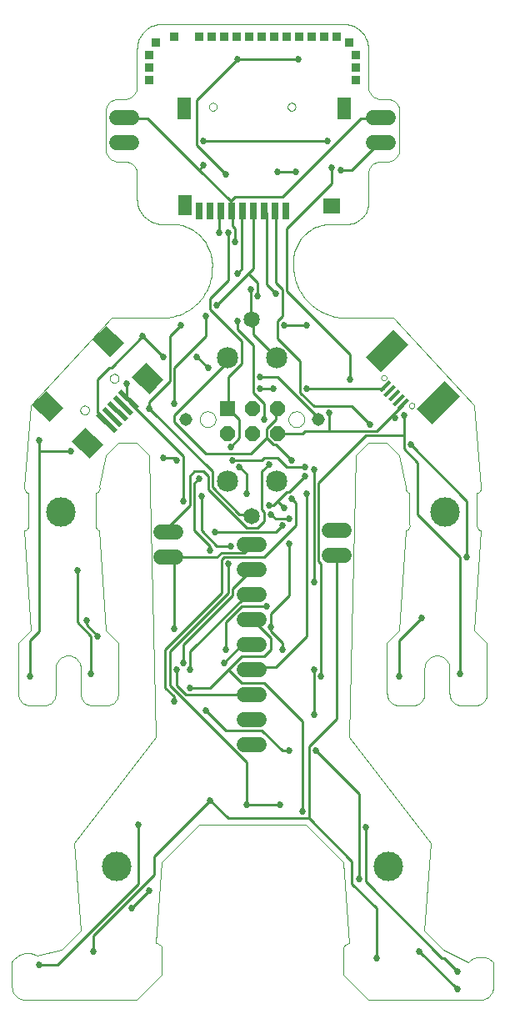
<source format=gbl>
G75*
%MOIN*%
%OFA0B0*%
%FSLAX24Y24*%
%IPPOS*%
%LPD*%
%AMOC8*
5,1,8,0,0,1.08239X$1,22.5*
%
%ADD10C,0.0000*%
%ADD11R,0.0315X0.0709*%
%ADD12R,0.0551X0.0787*%
%ADD13R,0.0551X0.0866*%
%ADD14R,0.0709X0.0630*%
%ADD15C,0.1181*%
%ADD16R,0.0600X0.0600*%
%ADD17OC8,0.0600*%
%ADD18C,0.0650*%
%ADD19C,0.0850*%
%ADD20C,0.0515*%
%ADD21C,0.0600*%
%ADD22R,0.0984X0.0197*%
%ADD23R,0.0984X0.0787*%
%ADD24R,0.0551X0.0138*%
%ADD25R,0.0866X0.1575*%
%ADD26C,0.0090*%
%ADD27C,0.0270*%
%ADD28R,0.0356X0.0356*%
D10*
X000100Y000600D02*
X000100Y001600D01*
X000128Y001644D01*
X000160Y001685D01*
X000194Y001724D01*
X000231Y001761D01*
X000270Y001795D01*
X000312Y001826D01*
X000356Y001854D01*
X000402Y001878D01*
X000449Y001900D01*
X000498Y001918D01*
X000548Y001932D01*
X000599Y001943D01*
X000651Y001950D01*
X000703Y001954D01*
X000755Y001953D01*
X000806Y001949D01*
X000858Y001942D01*
X000909Y001930D01*
X000959Y001916D01*
X001007Y001897D01*
X001055Y001875D01*
X001100Y001850D01*
X002100Y002100D01*
X002850Y002850D01*
X002600Y006350D01*
X005850Y010600D01*
X005600Y021850D01*
X005100Y022350D01*
X004350Y022350D01*
X003850Y021850D01*
X003600Y020600D01*
X003605Y020573D01*
X003606Y020547D01*
X003604Y020520D01*
X003598Y020493D01*
X003589Y020468D01*
X003577Y020444D01*
X003561Y020422D01*
X003543Y020402D01*
X003523Y020384D01*
X003500Y020370D01*
X003476Y020358D01*
X003450Y020350D01*
X003450Y019100D01*
X003445Y019073D01*
X003444Y019047D01*
X003446Y019020D01*
X003452Y018993D01*
X003461Y018968D01*
X003473Y018944D01*
X003489Y018922D01*
X003507Y018902D01*
X003527Y018884D01*
X003550Y018870D01*
X003574Y018858D01*
X003600Y018850D01*
X003850Y014850D01*
X004350Y014350D01*
X004350Y012350D01*
X004348Y012306D01*
X004342Y012263D01*
X004333Y012221D01*
X004320Y012179D01*
X004303Y012139D01*
X004283Y012100D01*
X004260Y012063D01*
X004233Y012029D01*
X004204Y011996D01*
X004171Y011967D01*
X004137Y011940D01*
X004100Y011917D01*
X004061Y011897D01*
X004021Y011880D01*
X003979Y011867D01*
X003937Y011858D01*
X003894Y011852D01*
X003850Y011850D01*
X003350Y011850D01*
X003306Y011852D01*
X003263Y011858D01*
X003221Y011867D01*
X003179Y011880D01*
X003139Y011897D01*
X003100Y011917D01*
X003063Y011940D01*
X003029Y011967D01*
X002996Y011996D01*
X002967Y012029D01*
X002940Y012063D01*
X002917Y012100D01*
X002897Y012139D01*
X002880Y012179D01*
X002867Y012221D01*
X002858Y012263D01*
X002852Y012306D01*
X002850Y012350D01*
X002850Y013350D01*
X002350Y013850D02*
X002306Y013848D01*
X002263Y013842D01*
X002221Y013833D01*
X002179Y013820D01*
X002139Y013803D01*
X002100Y013783D01*
X002063Y013760D01*
X002029Y013733D01*
X001996Y013704D01*
X001967Y013671D01*
X001940Y013637D01*
X001917Y013600D01*
X001897Y013561D01*
X001880Y013521D01*
X001867Y013479D01*
X001858Y013437D01*
X001852Y013394D01*
X001850Y013350D01*
X001850Y012350D01*
X001848Y012306D01*
X001842Y012263D01*
X001833Y012221D01*
X001820Y012179D01*
X001803Y012139D01*
X001783Y012100D01*
X001760Y012063D01*
X001733Y012029D01*
X001704Y011996D01*
X001671Y011967D01*
X001637Y011940D01*
X001600Y011917D01*
X001561Y011897D01*
X001521Y011880D01*
X001479Y011867D01*
X001437Y011858D01*
X001394Y011852D01*
X001350Y011850D01*
X000850Y011850D01*
X000806Y011852D01*
X000763Y011858D01*
X000721Y011867D01*
X000679Y011880D01*
X000639Y011897D01*
X000600Y011917D01*
X000563Y011940D01*
X000529Y011967D01*
X000496Y011996D01*
X000467Y012029D01*
X000440Y012063D01*
X000417Y012100D01*
X000397Y012139D01*
X000380Y012179D01*
X000367Y012221D01*
X000358Y012263D01*
X000352Y012306D01*
X000350Y012350D01*
X000350Y014350D01*
X000850Y014850D01*
X000600Y018850D01*
X000626Y018858D01*
X000650Y018870D01*
X000673Y018884D01*
X000693Y018902D01*
X000711Y018922D01*
X000727Y018944D01*
X000739Y018968D01*
X000748Y018993D01*
X000754Y019020D01*
X000756Y019047D01*
X000755Y019073D01*
X000750Y019100D01*
X000750Y020350D01*
X000724Y020358D01*
X000700Y020370D01*
X000677Y020384D01*
X000657Y020402D01*
X000639Y020422D01*
X000623Y020444D01*
X000611Y020468D01*
X000602Y020493D01*
X000596Y020520D01*
X000594Y020547D01*
X000595Y020573D01*
X000600Y020600D01*
X000850Y023850D01*
X004100Y027350D01*
X006100Y027350D01*
X006187Y027352D01*
X006274Y027358D01*
X006361Y027367D01*
X006447Y027380D01*
X006533Y027397D01*
X006618Y027418D01*
X006701Y027443D01*
X006784Y027471D01*
X006865Y027502D01*
X006945Y027537D01*
X007023Y027576D01*
X007100Y027618D01*
X007175Y027663D01*
X007247Y027712D01*
X007318Y027763D01*
X007386Y027818D01*
X007451Y027875D01*
X007514Y027936D01*
X007575Y027999D01*
X007632Y028064D01*
X007687Y028132D01*
X007738Y028203D01*
X007787Y028275D01*
X007832Y028350D01*
X007874Y028427D01*
X007913Y028505D01*
X007948Y028585D01*
X007979Y028666D01*
X008007Y028749D01*
X008032Y028832D01*
X008053Y028917D01*
X008070Y029003D01*
X008083Y029089D01*
X008092Y029176D01*
X008098Y029263D01*
X008100Y029350D01*
X006600Y031100D02*
X006100Y031100D01*
X006040Y031102D01*
X005979Y031107D01*
X005920Y031116D01*
X005861Y031129D01*
X005802Y031145D01*
X005745Y031165D01*
X005690Y031188D01*
X005635Y031215D01*
X005583Y031244D01*
X005532Y031277D01*
X005483Y031313D01*
X005437Y031351D01*
X005393Y031393D01*
X005351Y031437D01*
X005313Y031483D01*
X005277Y031532D01*
X005244Y031583D01*
X005215Y031635D01*
X005188Y031690D01*
X005165Y031745D01*
X005145Y031802D01*
X005129Y031861D01*
X005116Y031920D01*
X005107Y031979D01*
X005102Y032040D01*
X005100Y032100D01*
X005100Y033100D01*
X005098Y033144D01*
X005092Y033187D01*
X005083Y033229D01*
X005070Y033271D01*
X005053Y033311D01*
X005033Y033350D01*
X005010Y033387D01*
X004983Y033421D01*
X004954Y033454D01*
X004921Y033483D01*
X004887Y033510D01*
X004850Y033533D01*
X004811Y033553D01*
X004771Y033570D01*
X004729Y033583D01*
X004687Y033592D01*
X004644Y033598D01*
X004600Y033600D01*
X004350Y033600D01*
X004306Y033602D01*
X004263Y033608D01*
X004221Y033617D01*
X004179Y033630D01*
X004139Y033647D01*
X004100Y033667D01*
X004063Y033690D01*
X004029Y033717D01*
X003996Y033746D01*
X003967Y033779D01*
X003940Y033813D01*
X003917Y033850D01*
X003897Y033889D01*
X003880Y033929D01*
X003867Y033971D01*
X003858Y034013D01*
X003852Y034056D01*
X003850Y034100D01*
X003850Y035600D01*
X003852Y035644D01*
X003858Y035687D01*
X003867Y035729D01*
X003880Y035771D01*
X003897Y035811D01*
X003917Y035850D01*
X003940Y035887D01*
X003967Y035921D01*
X003996Y035954D01*
X004029Y035983D01*
X004063Y036010D01*
X004100Y036033D01*
X004139Y036053D01*
X004179Y036070D01*
X004221Y036083D01*
X004263Y036092D01*
X004306Y036098D01*
X004350Y036100D01*
X004600Y036100D01*
X004644Y036102D01*
X004687Y036108D01*
X004729Y036117D01*
X004771Y036130D01*
X004811Y036147D01*
X004850Y036167D01*
X004887Y036190D01*
X004921Y036217D01*
X004954Y036246D01*
X004983Y036279D01*
X005010Y036313D01*
X005033Y036350D01*
X005053Y036389D01*
X005070Y036429D01*
X005083Y036471D01*
X005092Y036513D01*
X005098Y036556D01*
X005100Y036600D01*
X005100Y038100D01*
X005102Y038160D01*
X005107Y038221D01*
X005116Y038280D01*
X005129Y038339D01*
X005145Y038398D01*
X005165Y038455D01*
X005188Y038510D01*
X005215Y038565D01*
X005244Y038617D01*
X005277Y038668D01*
X005313Y038717D01*
X005351Y038763D01*
X005393Y038807D01*
X005437Y038849D01*
X005483Y038887D01*
X005532Y038923D01*
X005583Y038956D01*
X005635Y038985D01*
X005690Y039012D01*
X005745Y039035D01*
X005802Y039055D01*
X005861Y039071D01*
X005920Y039084D01*
X005979Y039093D01*
X006040Y039098D01*
X006100Y039100D01*
X013350Y039100D01*
X013410Y039098D01*
X013471Y039093D01*
X013530Y039084D01*
X013589Y039071D01*
X013648Y039055D01*
X013705Y039035D01*
X013760Y039012D01*
X013815Y038985D01*
X013867Y038956D01*
X013918Y038923D01*
X013967Y038887D01*
X014013Y038849D01*
X014057Y038807D01*
X014099Y038763D01*
X014137Y038717D01*
X014173Y038668D01*
X014206Y038617D01*
X014235Y038565D01*
X014262Y038510D01*
X014285Y038455D01*
X014305Y038398D01*
X014321Y038339D01*
X014334Y038280D01*
X014343Y038221D01*
X014348Y038160D01*
X014350Y038100D01*
X014350Y036600D01*
X014352Y036556D01*
X014358Y036513D01*
X014367Y036471D01*
X014380Y036429D01*
X014397Y036389D01*
X014417Y036350D01*
X014440Y036313D01*
X014467Y036279D01*
X014496Y036246D01*
X014529Y036217D01*
X014563Y036190D01*
X014600Y036167D01*
X014639Y036147D01*
X014679Y036130D01*
X014721Y036117D01*
X014763Y036108D01*
X014806Y036102D01*
X014850Y036100D01*
X015100Y036100D01*
X015144Y036098D01*
X015187Y036092D01*
X015229Y036083D01*
X015271Y036070D01*
X015311Y036053D01*
X015350Y036033D01*
X015387Y036010D01*
X015421Y035983D01*
X015454Y035954D01*
X015483Y035921D01*
X015510Y035887D01*
X015533Y035850D01*
X015553Y035811D01*
X015570Y035771D01*
X015583Y035729D01*
X015592Y035687D01*
X015598Y035644D01*
X015600Y035600D01*
X015600Y034100D01*
X015598Y034056D01*
X015592Y034013D01*
X015583Y033971D01*
X015570Y033929D01*
X015553Y033889D01*
X015533Y033850D01*
X015510Y033813D01*
X015483Y033779D01*
X015454Y033746D01*
X015421Y033717D01*
X015387Y033690D01*
X015350Y033667D01*
X015311Y033647D01*
X015271Y033630D01*
X015229Y033617D01*
X015187Y033608D01*
X015144Y033602D01*
X015100Y033600D01*
X014850Y033600D01*
X014806Y033598D01*
X014763Y033592D01*
X014721Y033583D01*
X014679Y033570D01*
X014639Y033553D01*
X014600Y033533D01*
X014563Y033510D01*
X014529Y033483D01*
X014496Y033454D01*
X014467Y033421D01*
X014440Y033387D01*
X014417Y033350D01*
X014397Y033311D01*
X014380Y033271D01*
X014367Y033229D01*
X014358Y033187D01*
X014352Y033144D01*
X014350Y033100D01*
X014350Y032100D01*
X013600Y031100D02*
X012850Y031100D01*
X013600Y031100D02*
X013657Y031110D01*
X013713Y031124D01*
X013768Y031141D01*
X013822Y031162D01*
X013875Y031187D01*
X013925Y031214D01*
X013974Y031245D01*
X014021Y031280D01*
X014065Y031317D01*
X014107Y031357D01*
X014146Y031399D01*
X014182Y031445D01*
X014215Y031492D01*
X014245Y031541D01*
X014272Y031593D01*
X014295Y031646D01*
X014315Y031700D01*
X014331Y031756D01*
X014344Y031812D01*
X014353Y031869D01*
X014358Y031927D01*
X014359Y031985D01*
X014356Y032043D01*
X014350Y032100D01*
X011350Y029600D02*
X011346Y029510D01*
X011347Y029419D01*
X011351Y029329D01*
X011359Y029239D01*
X011371Y029149D01*
X011387Y029060D01*
X011406Y028972D01*
X011429Y028885D01*
X011456Y028799D01*
X011487Y028713D01*
X011521Y028630D01*
X011559Y028548D01*
X011600Y028467D01*
X011644Y028388D01*
X011692Y028312D01*
X011743Y028237D01*
X011797Y028165D01*
X011854Y028095D01*
X011914Y028027D01*
X011977Y027962D01*
X012043Y027900D01*
X012111Y027841D01*
X012181Y027784D01*
X012254Y027731D01*
X012329Y027681D01*
X012407Y027634D01*
X012486Y027590D01*
X012567Y027550D01*
X012649Y027513D01*
X012733Y027479D01*
X012818Y027450D01*
X012905Y027424D01*
X012993Y027401D01*
X013081Y027383D01*
X013170Y027368D01*
X013260Y027357D01*
X013350Y027350D01*
X015350Y027350D01*
X018600Y023850D01*
X018850Y020600D01*
X018855Y020573D01*
X018856Y020547D01*
X018854Y020520D01*
X018848Y020493D01*
X018839Y020468D01*
X018827Y020444D01*
X018811Y020422D01*
X018793Y020402D01*
X018773Y020384D01*
X018750Y020370D01*
X018726Y020358D01*
X018700Y020350D01*
X018700Y019100D01*
X018695Y019073D01*
X018694Y019047D01*
X018696Y019020D01*
X018702Y018993D01*
X018711Y018968D01*
X018723Y018944D01*
X018739Y018922D01*
X018757Y018902D01*
X018777Y018884D01*
X018800Y018870D01*
X018824Y018858D01*
X018850Y018850D01*
X018600Y014850D01*
X019100Y014350D01*
X019100Y012350D01*
X019098Y012306D01*
X019092Y012263D01*
X019083Y012221D01*
X019070Y012179D01*
X019053Y012139D01*
X019033Y012100D01*
X019010Y012063D01*
X018983Y012029D01*
X018954Y011996D01*
X018921Y011967D01*
X018887Y011940D01*
X018850Y011917D01*
X018811Y011897D01*
X018771Y011880D01*
X018729Y011867D01*
X018687Y011858D01*
X018644Y011852D01*
X018600Y011850D01*
X018100Y011850D01*
X018056Y011852D01*
X018013Y011858D01*
X017971Y011867D01*
X017929Y011880D01*
X017889Y011897D01*
X017850Y011917D01*
X017813Y011940D01*
X017779Y011967D01*
X017746Y011996D01*
X017717Y012029D01*
X017690Y012063D01*
X017667Y012100D01*
X017647Y012139D01*
X017630Y012179D01*
X017617Y012221D01*
X017608Y012263D01*
X017602Y012306D01*
X017600Y012350D01*
X017600Y013350D01*
X017598Y013394D01*
X017592Y013437D01*
X017583Y013479D01*
X017570Y013521D01*
X017553Y013561D01*
X017533Y013600D01*
X017510Y013637D01*
X017483Y013671D01*
X017454Y013704D01*
X017421Y013733D01*
X017387Y013760D01*
X017350Y013783D01*
X017311Y013803D01*
X017271Y013820D01*
X017229Y013833D01*
X017187Y013842D01*
X017144Y013848D01*
X017100Y013850D01*
X017056Y013848D01*
X017013Y013842D01*
X016971Y013833D01*
X016929Y013820D01*
X016889Y013803D01*
X016850Y013783D01*
X016813Y013760D01*
X016779Y013733D01*
X016746Y013704D01*
X016717Y013671D01*
X016690Y013637D01*
X016667Y013600D01*
X016647Y013561D01*
X016630Y013521D01*
X016617Y013479D01*
X016608Y013437D01*
X016602Y013394D01*
X016600Y013350D01*
X016600Y012350D01*
X016598Y012306D01*
X016592Y012263D01*
X016583Y012221D01*
X016570Y012179D01*
X016553Y012139D01*
X016533Y012100D01*
X016510Y012063D01*
X016483Y012029D01*
X016454Y011996D01*
X016421Y011967D01*
X016387Y011940D01*
X016350Y011917D01*
X016311Y011897D01*
X016271Y011880D01*
X016229Y011867D01*
X016187Y011858D01*
X016144Y011852D01*
X016100Y011850D01*
X015600Y011850D01*
X015556Y011852D01*
X015513Y011858D01*
X015471Y011867D01*
X015429Y011880D01*
X015389Y011897D01*
X015350Y011917D01*
X015313Y011940D01*
X015279Y011967D01*
X015246Y011996D01*
X015217Y012029D01*
X015190Y012063D01*
X015167Y012100D01*
X015147Y012139D01*
X015130Y012179D01*
X015117Y012221D01*
X015108Y012263D01*
X015102Y012306D01*
X015100Y012350D01*
X015100Y014350D01*
X015600Y014850D01*
X015850Y018850D01*
X015876Y018858D01*
X015900Y018870D01*
X015923Y018884D01*
X015943Y018902D01*
X015961Y018922D01*
X015977Y018944D01*
X015989Y018968D01*
X015998Y018993D01*
X016004Y019020D01*
X016006Y019047D01*
X016005Y019073D01*
X016000Y019100D01*
X016000Y020350D01*
X015974Y020358D01*
X015950Y020370D01*
X015927Y020384D01*
X015907Y020402D01*
X015889Y020422D01*
X015873Y020444D01*
X015861Y020468D01*
X015852Y020493D01*
X015846Y020520D01*
X015844Y020547D01*
X015845Y020573D01*
X015850Y020600D01*
X015600Y021850D01*
X015100Y022350D01*
X014350Y022350D01*
X013850Y021850D01*
X013600Y010600D01*
X016850Y006350D01*
X016600Y002850D01*
X017350Y002100D01*
X018350Y001600D01*
X018387Y001634D01*
X018426Y001666D01*
X018468Y001695D01*
X018511Y001721D01*
X018556Y001743D01*
X018603Y001762D01*
X018651Y001778D01*
X018700Y001791D01*
X018749Y001800D01*
X018800Y001805D01*
X018850Y001807D01*
X018900Y001805D01*
X018951Y001800D01*
X019000Y001791D01*
X019049Y001778D01*
X019097Y001762D01*
X019144Y001743D01*
X019189Y001721D01*
X019232Y001695D01*
X019274Y001666D01*
X019313Y001634D01*
X019350Y001600D01*
X019350Y000600D01*
X019348Y000556D01*
X019342Y000513D01*
X019333Y000471D01*
X019320Y000429D01*
X019303Y000389D01*
X019283Y000350D01*
X019260Y000313D01*
X019233Y000279D01*
X019204Y000246D01*
X019171Y000217D01*
X019137Y000190D01*
X019100Y000167D01*
X019061Y000147D01*
X019021Y000130D01*
X018979Y000117D01*
X018937Y000108D01*
X018894Y000102D01*
X018850Y000100D01*
X014350Y000100D01*
X013350Y001100D01*
X013350Y002100D01*
X013352Y002130D01*
X013357Y002160D01*
X013366Y002189D01*
X013379Y002216D01*
X013394Y002242D01*
X013413Y002266D01*
X013434Y002287D01*
X013458Y002306D01*
X013484Y002321D01*
X013511Y002334D01*
X013540Y002343D01*
X013570Y002348D01*
X013600Y002350D01*
X013350Y005600D01*
X011850Y007100D01*
X007600Y007100D01*
X006100Y005600D01*
X005850Y002350D01*
X005880Y002348D01*
X005910Y002343D01*
X005939Y002334D01*
X005966Y002321D01*
X005992Y002306D01*
X006016Y002287D01*
X006037Y002266D01*
X006056Y002242D01*
X006071Y002216D01*
X006084Y002189D01*
X006093Y002160D01*
X006098Y002130D01*
X006100Y002100D01*
X006100Y001100D01*
X005100Y000100D01*
X000600Y000100D01*
X000556Y000102D01*
X000513Y000108D01*
X000471Y000117D01*
X000429Y000130D01*
X000389Y000147D01*
X000350Y000167D01*
X000313Y000190D01*
X000279Y000217D01*
X000246Y000246D01*
X000217Y000279D01*
X000190Y000313D01*
X000167Y000350D01*
X000147Y000389D01*
X000130Y000429D01*
X000117Y000471D01*
X000108Y000513D01*
X000102Y000556D01*
X000100Y000600D01*
X002850Y013350D02*
X002848Y013394D01*
X002842Y013437D01*
X002833Y013479D01*
X002820Y013521D01*
X002803Y013561D01*
X002783Y013600D01*
X002760Y013637D01*
X002733Y013671D01*
X002704Y013704D01*
X002671Y013733D01*
X002637Y013760D01*
X002600Y013783D01*
X002561Y013803D01*
X002521Y013820D01*
X002479Y013833D01*
X002437Y013842D01*
X002394Y013848D01*
X002350Y013850D01*
X002832Y023667D02*
X002834Y023693D01*
X002840Y023719D01*
X002850Y023744D01*
X002863Y023767D01*
X002879Y023787D01*
X002899Y023805D01*
X002921Y023820D01*
X002944Y023832D01*
X002970Y023840D01*
X002996Y023844D01*
X003022Y023844D01*
X003048Y023840D01*
X003074Y023832D01*
X003098Y023820D01*
X003119Y023805D01*
X003139Y023787D01*
X003155Y023767D01*
X003168Y023744D01*
X003178Y023719D01*
X003184Y023693D01*
X003186Y023667D01*
X003184Y023641D01*
X003178Y023615D01*
X003168Y023590D01*
X003155Y023567D01*
X003139Y023547D01*
X003119Y023529D01*
X003097Y023514D01*
X003074Y023502D01*
X003048Y023494D01*
X003022Y023490D01*
X002996Y023490D01*
X002970Y023494D01*
X002944Y023502D01*
X002920Y023514D01*
X002899Y023529D01*
X002879Y023547D01*
X002863Y023567D01*
X002850Y023590D01*
X002840Y023615D01*
X002834Y023641D01*
X002832Y023667D01*
X004014Y024933D02*
X004016Y024959D01*
X004022Y024985D01*
X004032Y025010D01*
X004045Y025033D01*
X004061Y025053D01*
X004081Y025071D01*
X004103Y025086D01*
X004126Y025098D01*
X004152Y025106D01*
X004178Y025110D01*
X004204Y025110D01*
X004230Y025106D01*
X004256Y025098D01*
X004280Y025086D01*
X004301Y025071D01*
X004321Y025053D01*
X004337Y025033D01*
X004350Y025010D01*
X004360Y024985D01*
X004366Y024959D01*
X004368Y024933D01*
X004366Y024907D01*
X004360Y024881D01*
X004350Y024856D01*
X004337Y024833D01*
X004321Y024813D01*
X004301Y024795D01*
X004279Y024780D01*
X004256Y024768D01*
X004230Y024760D01*
X004204Y024756D01*
X004178Y024756D01*
X004152Y024760D01*
X004126Y024768D01*
X004102Y024780D01*
X004081Y024795D01*
X004061Y024813D01*
X004045Y024833D01*
X004032Y024856D01*
X004022Y024881D01*
X004016Y024907D01*
X004014Y024933D01*
X008100Y029350D02*
X008104Y029430D01*
X008105Y029510D01*
X008101Y029590D01*
X008093Y029669D01*
X008082Y029749D01*
X008067Y029827D01*
X008047Y029905D01*
X008024Y029981D01*
X007998Y030057D01*
X007967Y030131D01*
X007933Y030203D01*
X007896Y030274D01*
X007855Y030343D01*
X007811Y030409D01*
X007763Y030474D01*
X007713Y030536D01*
X007659Y030595D01*
X007603Y030652D01*
X007544Y030706D01*
X007482Y030757D01*
X007418Y030805D01*
X007351Y030849D01*
X007283Y030891D01*
X007212Y030929D01*
X007140Y030963D01*
X007066Y030994D01*
X006991Y031021D01*
X006915Y031045D01*
X006837Y031064D01*
X006759Y031080D01*
X006680Y031092D01*
X006600Y031100D01*
X007973Y035788D02*
X007975Y035813D01*
X007981Y035837D01*
X007990Y035859D01*
X008003Y035880D01*
X008019Y035899D01*
X008038Y035915D01*
X008059Y035928D01*
X008081Y035937D01*
X008105Y035943D01*
X008130Y035945D01*
X008155Y035943D01*
X008179Y035937D01*
X008201Y035928D01*
X008222Y035915D01*
X008241Y035899D01*
X008257Y035880D01*
X008270Y035859D01*
X008279Y035837D01*
X008285Y035813D01*
X008287Y035788D01*
X008285Y035763D01*
X008279Y035739D01*
X008270Y035717D01*
X008257Y035696D01*
X008241Y035677D01*
X008222Y035661D01*
X008201Y035648D01*
X008179Y035639D01*
X008155Y035633D01*
X008130Y035631D01*
X008105Y035633D01*
X008081Y035639D01*
X008059Y035648D01*
X008038Y035661D01*
X008019Y035677D01*
X008003Y035696D01*
X007990Y035717D01*
X007981Y035739D01*
X007975Y035763D01*
X007973Y035788D01*
X011123Y035788D02*
X011125Y035813D01*
X011131Y035837D01*
X011140Y035859D01*
X011153Y035880D01*
X011169Y035899D01*
X011188Y035915D01*
X011209Y035928D01*
X011231Y035937D01*
X011255Y035943D01*
X011280Y035945D01*
X011305Y035943D01*
X011329Y035937D01*
X011351Y035928D01*
X011372Y035915D01*
X011391Y035899D01*
X011407Y035880D01*
X011420Y035859D01*
X011429Y035837D01*
X011435Y035813D01*
X011437Y035788D01*
X011435Y035763D01*
X011429Y035739D01*
X011420Y035717D01*
X011407Y035696D01*
X011391Y035677D01*
X011372Y035661D01*
X011351Y035648D01*
X011329Y035639D01*
X011305Y035633D01*
X011280Y035631D01*
X011255Y035633D01*
X011231Y035639D01*
X011209Y035648D01*
X011188Y035661D01*
X011169Y035677D01*
X011153Y035696D01*
X011140Y035717D01*
X011131Y035739D01*
X011125Y035763D01*
X011123Y035788D01*
X012850Y031100D02*
X012774Y031098D01*
X012698Y031092D01*
X012623Y031083D01*
X012548Y031069D01*
X012474Y031052D01*
X012401Y031031D01*
X012329Y031007D01*
X012258Y030978D01*
X012189Y030947D01*
X012122Y030912D01*
X012057Y030873D01*
X011993Y030831D01*
X011932Y030786D01*
X011873Y030738D01*
X011817Y030687D01*
X011763Y030633D01*
X011712Y030577D01*
X011664Y030518D01*
X011619Y030457D01*
X011577Y030393D01*
X011538Y030328D01*
X011503Y030261D01*
X011472Y030192D01*
X011443Y030121D01*
X011419Y030049D01*
X011398Y029976D01*
X011381Y029902D01*
X011367Y029827D01*
X011358Y029752D01*
X011352Y029676D01*
X011350Y029600D01*
X011157Y023300D02*
X011159Y023335D01*
X011165Y023370D01*
X011175Y023404D01*
X011188Y023437D01*
X011205Y023468D01*
X011226Y023496D01*
X011249Y023523D01*
X011276Y023546D01*
X011304Y023567D01*
X011335Y023584D01*
X011368Y023597D01*
X011402Y023607D01*
X011437Y023613D01*
X011472Y023615D01*
X011507Y023613D01*
X011542Y023607D01*
X011576Y023597D01*
X011609Y023584D01*
X011640Y023567D01*
X011668Y023546D01*
X011695Y023523D01*
X011718Y023496D01*
X011739Y023468D01*
X011756Y023437D01*
X011769Y023404D01*
X011779Y023370D01*
X011785Y023335D01*
X011787Y023300D01*
X011785Y023265D01*
X011779Y023230D01*
X011769Y023196D01*
X011756Y023163D01*
X011739Y023132D01*
X011718Y023104D01*
X011695Y023077D01*
X011668Y023054D01*
X011640Y023033D01*
X011609Y023016D01*
X011576Y023003D01*
X011542Y022993D01*
X011507Y022987D01*
X011472Y022985D01*
X011437Y022987D01*
X011402Y022993D01*
X011368Y023003D01*
X011335Y023016D01*
X011304Y023033D01*
X011276Y023054D01*
X011249Y023077D01*
X011226Y023104D01*
X011205Y023132D01*
X011188Y023163D01*
X011175Y023196D01*
X011165Y023230D01*
X011159Y023265D01*
X011157Y023300D01*
X007613Y023300D02*
X007615Y023335D01*
X007621Y023370D01*
X007631Y023404D01*
X007644Y023437D01*
X007661Y023468D01*
X007682Y023496D01*
X007705Y023523D01*
X007732Y023546D01*
X007760Y023567D01*
X007791Y023584D01*
X007824Y023597D01*
X007858Y023607D01*
X007893Y023613D01*
X007928Y023615D01*
X007963Y023613D01*
X007998Y023607D01*
X008032Y023597D01*
X008065Y023584D01*
X008096Y023567D01*
X008124Y023546D01*
X008151Y023523D01*
X008174Y023496D01*
X008195Y023468D01*
X008212Y023437D01*
X008225Y023404D01*
X008235Y023370D01*
X008241Y023335D01*
X008243Y023300D01*
X008241Y023265D01*
X008235Y023230D01*
X008225Y023196D01*
X008212Y023163D01*
X008195Y023132D01*
X008174Y023104D01*
X008151Y023077D01*
X008124Y023054D01*
X008096Y023033D01*
X008065Y023016D01*
X008032Y023003D01*
X007998Y022993D01*
X007963Y022987D01*
X007928Y022985D01*
X007893Y022987D01*
X007858Y022993D01*
X007824Y023003D01*
X007791Y023016D01*
X007760Y023033D01*
X007732Y023054D01*
X007705Y023077D01*
X007682Y023104D01*
X007661Y023132D01*
X007644Y023163D01*
X007631Y023196D01*
X007621Y023230D01*
X007615Y023265D01*
X007613Y023300D01*
X014867Y024958D02*
X014869Y024978D01*
X014875Y024998D01*
X014884Y025016D01*
X014897Y025033D01*
X014912Y025046D01*
X014930Y025056D01*
X014950Y025063D01*
X014970Y025066D01*
X014990Y025065D01*
X015010Y025060D01*
X015029Y025052D01*
X015046Y025040D01*
X015060Y025025D01*
X015071Y025007D01*
X015079Y024988D01*
X015083Y024968D01*
X015083Y024948D01*
X015079Y024928D01*
X015071Y024909D01*
X015060Y024891D01*
X015046Y024876D01*
X015029Y024864D01*
X015010Y024856D01*
X014990Y024851D01*
X014970Y024850D01*
X014950Y024853D01*
X014930Y024860D01*
X014912Y024870D01*
X014897Y024883D01*
X014884Y024900D01*
X014875Y024918D01*
X014869Y024938D01*
X014867Y024958D01*
X015980Y023845D02*
X015982Y023865D01*
X015988Y023885D01*
X015997Y023903D01*
X016010Y023920D01*
X016025Y023933D01*
X016043Y023943D01*
X016063Y023950D01*
X016083Y023953D01*
X016103Y023952D01*
X016123Y023947D01*
X016142Y023939D01*
X016159Y023927D01*
X016173Y023912D01*
X016184Y023894D01*
X016192Y023875D01*
X016196Y023855D01*
X016196Y023835D01*
X016192Y023815D01*
X016184Y023796D01*
X016173Y023778D01*
X016159Y023763D01*
X016142Y023751D01*
X016123Y023743D01*
X016103Y023738D01*
X016083Y023737D01*
X016063Y023740D01*
X016043Y023747D01*
X016025Y023757D01*
X016010Y023770D01*
X015997Y023787D01*
X015988Y023805D01*
X015982Y023825D01*
X015980Y023845D01*
D11*
X011063Y031615D03*
X010630Y031615D03*
X010197Y031615D03*
X009764Y031615D03*
X009331Y031615D03*
X008898Y031615D03*
X008465Y031615D03*
X008032Y031615D03*
X007599Y031615D03*
D12*
X007028Y031851D03*
D13*
X006969Y035729D03*
X013386Y035729D03*
D14*
X012894Y031812D03*
D15*
X017413Y019600D03*
X015163Y005413D03*
X004288Y005413D03*
X002038Y019600D03*
D16*
X008728Y023738D03*
D17*
X008728Y022738D03*
X009728Y022738D03*
X009728Y023738D03*
X010728Y023738D03*
X010728Y022738D03*
D18*
X009700Y019426D03*
X009700Y027300D03*
D19*
X010684Y025761D03*
X008716Y025761D03*
X008716Y020839D03*
X010684Y020839D03*
D20*
X012357Y023300D03*
X007043Y023300D03*
D21*
X006650Y018800D02*
X006050Y018800D01*
X006050Y017800D02*
X006650Y017800D01*
X009400Y017300D02*
X010000Y017300D01*
X010000Y018300D02*
X009400Y018300D01*
X009400Y016300D02*
X010000Y016300D01*
X010000Y015300D02*
X009400Y015300D01*
X009400Y014300D02*
X010000Y014300D01*
X010000Y013300D02*
X009400Y013300D01*
X009400Y012300D02*
X010000Y012300D01*
X010000Y011300D02*
X009400Y011300D01*
X009400Y010300D02*
X010000Y010300D01*
X012800Y017850D02*
X013400Y017850D01*
X013400Y018850D02*
X012800Y018850D01*
X014550Y034350D02*
X015150Y034350D01*
X015150Y035350D02*
X014550Y035350D01*
X004900Y035350D02*
X004300Y035350D01*
X004300Y034350D02*
X004900Y034350D01*
D22*
G36*
X005041Y023682D02*
X004323Y024352D01*
X004457Y024496D01*
X005175Y023826D01*
X005041Y023682D01*
G37*
G36*
X004827Y023452D02*
X004109Y024122D01*
X004243Y024266D01*
X004961Y023596D01*
X004827Y023452D01*
G37*
G36*
X004612Y023222D02*
X003894Y023892D01*
X004028Y024036D01*
X004746Y023366D01*
X004612Y023222D01*
G37*
G36*
X004397Y022991D02*
X003679Y023661D01*
X003813Y023805D01*
X004531Y023135D01*
X004397Y022991D01*
G37*
G36*
X004182Y022761D02*
X003464Y023431D01*
X003598Y023575D01*
X004316Y022905D01*
X004182Y022761D01*
G37*
D23*
G36*
X003203Y021711D02*
X002485Y022381D01*
X003021Y022955D01*
X003739Y022285D01*
X003203Y021711D01*
G37*
G36*
X001619Y023188D02*
X000901Y023858D01*
X001437Y024432D01*
X002155Y023762D01*
X001619Y023188D01*
G37*
G36*
X004035Y025779D02*
X003317Y026449D01*
X003853Y027023D01*
X004571Y026353D01*
X004035Y025779D01*
G37*
G36*
X005619Y024302D02*
X004901Y024972D01*
X005437Y025546D01*
X006155Y024876D01*
X005619Y024302D01*
G37*
D24*
G36*
X014787Y024479D02*
X015175Y024867D01*
X015273Y024769D01*
X014885Y024381D01*
X014787Y024479D01*
G37*
G36*
X014968Y024298D02*
X015356Y024686D01*
X015454Y024588D01*
X015066Y024200D01*
X014968Y024298D01*
G37*
G36*
X015149Y024117D02*
X015537Y024505D01*
X015635Y024407D01*
X015247Y024019D01*
X015149Y024117D01*
G37*
G36*
X015330Y023936D02*
X015718Y024324D01*
X015816Y024226D01*
X015428Y023838D01*
X015330Y023936D01*
G37*
G36*
X015511Y023755D02*
X015899Y024143D01*
X015997Y024045D01*
X015609Y023657D01*
X015511Y023755D01*
G37*
D25*
G36*
X014850Y025168D02*
X014238Y025780D01*
X015350Y026892D01*
X015962Y026280D01*
X014850Y025168D01*
G37*
G36*
X016910Y023108D02*
X016298Y023720D01*
X017410Y024832D01*
X018022Y024220D01*
X016910Y023108D01*
G37*
D26*
X015770Y022110D02*
X016310Y021570D01*
X016310Y019500D01*
X018020Y017790D01*
X018020Y013110D01*
X016490Y015360D02*
X015590Y014460D01*
X015590Y013020D01*
X013070Y011310D02*
X013070Y017790D01*
X013100Y017850D01*
X012440Y017520D02*
X012350Y017610D01*
X012350Y020760D01*
X014240Y022650D01*
X015770Y022650D01*
X015770Y022110D01*
X015770Y022650D02*
X015770Y023460D01*
X015680Y023820D02*
X015754Y023900D01*
X015680Y023820D02*
X015320Y023460D01*
X015410Y023370D01*
X015320Y023460D02*
X014690Y022830D01*
X012800Y022830D01*
X012800Y023550D01*
X012350Y023370D02*
X012357Y023300D01*
X012350Y023370D02*
X010730Y024990D01*
X010010Y024990D01*
X010010Y024540D02*
X010550Y024540D01*
X010190Y023910D02*
X010190Y023280D01*
X010280Y022920D02*
X010640Y023280D01*
X010640Y023730D01*
X010728Y023738D01*
X010730Y022740D02*
X010728Y022738D01*
X010730Y022740D02*
X011720Y022740D01*
X011810Y022830D01*
X012800Y022830D01*
X012170Y023820D02*
X013700Y023820D01*
X014420Y023100D01*
X014960Y024540D02*
X015030Y024624D01*
X014960Y024540D02*
X011900Y024540D01*
X011630Y024360D02*
X012170Y023820D01*
X011630Y024360D02*
X011630Y025620D01*
X010730Y026520D01*
X010730Y027240D01*
X010910Y027420D01*
X010910Y028500D01*
X010640Y028770D01*
X010640Y031560D01*
X010630Y031615D01*
X010280Y031560D02*
X010197Y031615D01*
X010280Y031560D02*
X010280Y028680D01*
X010640Y028320D01*
X011090Y028410D02*
X011090Y030930D01*
X012890Y032730D01*
X012890Y033360D01*
X013250Y033270D02*
X013700Y033270D01*
X014780Y034350D01*
X014850Y034350D01*
X014780Y035340D02*
X014850Y035350D01*
X014780Y035340D02*
X014060Y035340D01*
X010910Y032190D01*
X009020Y032190D01*
X008840Y032010D01*
X007580Y033270D01*
X007760Y033450D01*
X007580Y033270D02*
X005510Y035340D01*
X004610Y035340D01*
X004600Y035350D01*
X007490Y036060D02*
X007490Y034260D01*
X008660Y033090D01*
X008840Y032010D02*
X008840Y031650D01*
X008898Y031615D01*
X008930Y031560D01*
X008930Y031020D01*
X009020Y030930D01*
X009020Y030390D01*
X008750Y030750D02*
X008750Y028860D01*
X008030Y028140D01*
X008030Y027690D01*
X009290Y026430D01*
X009290Y025530D01*
X008750Y024990D01*
X008750Y023820D01*
X008728Y023738D01*
X008750Y023730D01*
X009200Y023280D01*
X009200Y022560D01*
X008840Y022200D01*
X008930Y021660D02*
X010100Y021660D01*
X010190Y021750D01*
X010730Y021750D01*
X011090Y021390D01*
X011810Y021390D01*
X011810Y021030D02*
X011180Y020400D01*
X011090Y020400D01*
X010730Y020040D01*
X011000Y019770D01*
X010730Y020040D02*
X010550Y019860D01*
X010370Y019860D01*
X010100Y019680D02*
X010190Y019590D01*
X010190Y019230D01*
X009920Y018960D01*
X009470Y018960D01*
X007940Y020490D01*
X007940Y021030D01*
X007760Y021210D01*
X007400Y021210D01*
X007220Y021030D01*
X007220Y019860D01*
X006410Y019050D01*
X006410Y018870D01*
X006350Y018800D01*
X006350Y017800D02*
X006590Y017790D01*
X006590Y014910D01*
X006950Y014280D02*
X008930Y016260D01*
X008930Y016530D01*
X009700Y017300D01*
X010190Y017790D02*
X011450Y019050D01*
X011450Y019950D01*
X011270Y020130D01*
X011180Y019320D02*
X010640Y019320D01*
X010460Y019500D01*
X010100Y019680D02*
X010100Y021210D01*
X010370Y021480D01*
X010550Y022290D02*
X010280Y022560D01*
X009650Y021930D01*
X007850Y021930D01*
X006590Y023190D01*
X006590Y023460D01*
X008660Y025530D01*
X008660Y025710D01*
X008716Y025761D01*
X009740Y026250D02*
X009110Y026880D01*
X009110Y027240D01*
X009650Y027330D02*
X009700Y027300D01*
X009740Y027240D01*
X009740Y026700D01*
X010640Y025800D01*
X010684Y025761D01*
X009740Y026250D02*
X009740Y024360D01*
X010190Y023910D01*
X010280Y022920D02*
X010280Y022560D01*
X010550Y022290D02*
X010640Y022290D01*
X011270Y021660D01*
X011900Y020310D02*
X011900Y014640D01*
X010640Y013380D01*
X009740Y013380D01*
X009700Y013300D01*
X009290Y013830D02*
X010190Y013830D01*
X010460Y014100D01*
X010460Y014550D01*
X009740Y015270D01*
X009700Y015300D01*
X009290Y015810D02*
X010280Y015810D01*
X010460Y015540D02*
X011180Y016260D01*
X011180Y018330D01*
X010640Y018780D02*
X010910Y019050D01*
X010640Y018780D02*
X008210Y018780D01*
X007670Y018870D02*
X008300Y018240D01*
X008840Y018240D01*
X008480Y017970D02*
X009380Y017970D01*
X009650Y018240D01*
X009700Y018300D01*
X010190Y017790D02*
X008570Y017790D01*
X008480Y017700D01*
X008480Y016350D01*
X006230Y014100D01*
X006230Y012570D01*
X006590Y012210D01*
X006590Y012030D01*
X007040Y012300D02*
X006680Y012660D01*
X006680Y013290D01*
X006950Y013560D02*
X006950Y014280D01*
X007220Y014010D02*
X007220Y013290D01*
X007220Y012570D02*
X008030Y012570D01*
X008750Y013290D01*
X009290Y012750D01*
X010190Y012750D01*
X011720Y011220D01*
X011720Y007620D01*
X011990Y007350D02*
X011990Y010230D01*
X013070Y011310D01*
X012170Y011490D02*
X012170Y013290D01*
X012440Y013020D02*
X012440Y017520D01*
X012170Y016800D02*
X012170Y021300D01*
X013610Y024900D02*
X013610Y025890D01*
X011090Y028410D01*
X011000Y027060D02*
X011900Y027060D01*
X009920Y028230D02*
X009920Y028770D01*
X009560Y029130D01*
X009740Y029310D01*
X009740Y031560D01*
X009764Y031615D01*
X009331Y031615D02*
X009290Y031560D01*
X009290Y029310D01*
X009110Y029130D01*
X009560Y029130D02*
X008300Y027870D01*
X007850Y027420D02*
X007850Y026610D01*
X006590Y025350D01*
X006590Y023910D01*
X006410Y024810D02*
X006410Y026610D01*
X006860Y027060D01*
X007490Y025800D02*
X007940Y025350D01*
X006410Y024810D02*
X005600Y024000D01*
X005600Y023730D01*
X008120Y021210D01*
X008120Y020580D01*
X009200Y019500D01*
X009650Y019500D01*
X009700Y019426D01*
X009470Y020310D02*
X009470Y021120D01*
X009200Y021390D01*
X007670Y020220D02*
X007670Y018870D01*
X007400Y018870D02*
X008030Y018240D01*
X008030Y018060D01*
X008300Y017790D02*
X008480Y017970D01*
X008300Y017790D02*
X006590Y017790D01*
X006410Y017790D01*
X006350Y017800D01*
X007400Y018870D02*
X007400Y020760D01*
X007580Y020940D01*
X006950Y021840D02*
X006950Y020040D01*
X006680Y021660D02*
X006590Y021750D01*
X006140Y021750D01*
X006950Y021840D02*
X004790Y024000D01*
X004749Y024089D01*
X004700Y024090D01*
X004700Y024720D01*
X004070Y025350D02*
X003980Y025350D01*
X003530Y024900D01*
X003530Y023550D01*
X003890Y023190D01*
X003890Y023168D01*
X004070Y025350D02*
X005330Y026610D01*
X006140Y025800D01*
X008390Y030750D02*
X008390Y031560D01*
X008465Y031615D01*
X007760Y034440D02*
X012710Y034440D01*
X011450Y033180D02*
X010730Y033180D01*
X007490Y036060D02*
X009110Y037680D01*
X011540Y037680D01*
X009650Y028500D02*
X009650Y027330D01*
X008750Y017520D02*
X008750Y016350D01*
X006410Y014010D01*
X006410Y012660D01*
X009470Y009600D01*
X009470Y007890D01*
X010820Y007890D01*
X010910Y010050D02*
X010100Y010860D01*
X008660Y010860D01*
X007850Y011670D01*
X007040Y012300D02*
X009700Y012300D01*
X008750Y013290D02*
X009290Y013830D01*
X009290Y014280D02*
X008570Y013560D01*
X008660Y014100D02*
X008660Y015180D01*
X009290Y015810D01*
X009470Y016260D02*
X007220Y014010D01*
X009290Y014280D02*
X009650Y014280D01*
X009700Y014300D01*
X010460Y014820D02*
X010910Y014370D01*
X010910Y014100D01*
X010460Y014820D02*
X010460Y015000D01*
X010460Y015540D01*
X009700Y016300D02*
X009650Y016260D01*
X009470Y016260D01*
X010910Y010050D02*
X011180Y010050D01*
X012260Y010050D02*
X013970Y008340D01*
X013970Y004920D01*
X013700Y004740D02*
X013700Y005640D01*
X011990Y007350D01*
X008750Y007350D01*
X008030Y008070D01*
X005780Y005820D01*
X005780Y005100D01*
X003350Y002670D01*
X003350Y002040D01*
X001910Y001500D02*
X005150Y004740D01*
X005150Y007080D01*
X005600Y004470D02*
X004880Y003750D01*
X001910Y001500D02*
X001190Y001500D01*
X000830Y013020D02*
X000830Y014460D01*
X001190Y014820D01*
X001190Y022020D01*
X002450Y022020D01*
X001190Y022020D02*
X001190Y022470D01*
X002720Y017250D02*
X002720Y015180D01*
X003260Y014640D01*
X003260Y013110D01*
X003530Y014640D02*
X003080Y015090D01*
X003080Y015270D01*
X013700Y004740D02*
X014690Y003750D01*
X014690Y001770D01*
X016400Y002040D02*
X017930Y000510D01*
X017930Y001230D02*
X017390Y001770D01*
X017300Y001770D01*
X014240Y004830D01*
X014240Y006990D01*
X018290Y017790D02*
X018290Y020040D01*
X016040Y022290D01*
D27*
X016040Y022290D03*
X015770Y023460D03*
X015410Y023370D03*
X014420Y023100D03*
X013610Y024900D03*
X012800Y023550D03*
X011900Y024540D03*
X010550Y024540D03*
X010010Y024540D03*
X010010Y024990D03*
X010190Y023280D03*
X010370Y021480D03*
X011270Y021660D03*
X011810Y021390D03*
X011810Y021030D03*
X012170Y021300D03*
X011900Y020310D03*
X011270Y020130D03*
X011000Y019770D03*
X011180Y019320D03*
X010910Y019050D03*
X011180Y018330D03*
X010460Y019500D03*
X010370Y019860D03*
X009470Y020310D03*
X009200Y021390D03*
X008930Y021660D03*
X008840Y022200D03*
X007670Y020220D03*
X007580Y020940D03*
X006950Y020040D03*
X006680Y021660D03*
X006140Y021750D03*
X005600Y023730D03*
X006590Y023910D03*
X006140Y025800D03*
X005330Y026610D03*
X004700Y024720D03*
X006860Y027060D03*
X007490Y025800D03*
X007940Y025350D03*
X007850Y027420D03*
X008300Y027870D03*
X009110Y027240D03*
X009650Y028500D03*
X009920Y028230D03*
X010640Y028320D03*
X011000Y027060D03*
X011900Y027060D03*
X009110Y029130D03*
X009020Y030390D03*
X008750Y030750D03*
X008390Y030750D03*
X008660Y033090D03*
X007760Y033450D03*
X007760Y034440D03*
X009110Y037680D03*
X011540Y037680D03*
X012710Y034440D03*
X012890Y033360D03*
X013250Y033270D03*
X011450Y033180D03*
X010730Y033180D03*
X008210Y018780D03*
X008030Y018060D03*
X008840Y018240D03*
X008750Y017520D03*
X010280Y015810D03*
X010460Y015000D03*
X010910Y014100D03*
X012170Y013290D03*
X012440Y013020D03*
X012170Y011490D03*
X012260Y010050D03*
X011180Y010050D03*
X010820Y007890D03*
X011720Y007620D03*
X013970Y004920D03*
X014240Y006990D03*
X016400Y002040D03*
X017930Y001230D03*
X017930Y000510D03*
X014690Y001770D03*
X009470Y007890D03*
X008030Y008070D03*
X007850Y011670D03*
X007220Y012570D03*
X007220Y013290D03*
X006950Y013560D03*
X006680Y013290D03*
X006590Y012030D03*
X006590Y014910D03*
X008570Y013560D03*
X008660Y014100D03*
X012170Y016800D03*
X015590Y013020D03*
X016490Y015360D03*
X018020Y013110D03*
X018290Y017790D03*
X005600Y004470D03*
X004880Y003750D03*
X003350Y002040D03*
X001190Y001500D03*
X005150Y007080D03*
X003260Y013110D03*
X003530Y014640D03*
X003080Y015270D03*
X002720Y017250D03*
X000830Y013020D03*
X002450Y022020D03*
X001190Y022470D03*
D28*
X005600Y036850D03*
X005600Y037350D03*
X005600Y037850D03*
X005850Y038350D03*
X006600Y038600D03*
X007600Y038600D03*
X008100Y038600D03*
X008600Y038600D03*
X009100Y038600D03*
X009600Y038600D03*
X010100Y038600D03*
X010600Y038600D03*
X011100Y038600D03*
X011600Y038600D03*
X012100Y038600D03*
X012600Y038600D03*
X013100Y038600D03*
X013600Y038350D03*
X013850Y037850D03*
X013850Y037350D03*
X013850Y036850D03*
M02*

</source>
